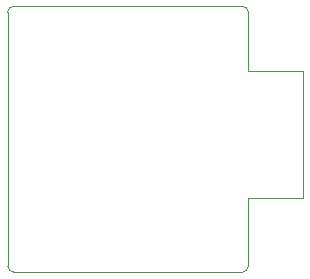
<source format=gbr>
%TF.GenerationSoftware,KiCad,Pcbnew,7.0.10*%
%TF.CreationDate,2024-02-18T21:52:23+13:00*%
%TF.ProjectId,dvi-sock,6476692d-736f-4636-9b2e-6b696361645f,rev?*%
%TF.SameCoordinates,Original*%
%TF.FileFunction,Profile,NP*%
%FSLAX46Y46*%
G04 Gerber Fmt 4.6, Leading zero omitted, Abs format (unit mm)*
G04 Created by KiCad (PCBNEW 7.0.10) date 2024-02-18 21:52:23*
%MOMM*%
%LPD*%
G01*
G04 APERTURE LIST*
%TA.AperFunction,Profile*%
%ADD10C,0.050000*%
%TD*%
G04 APERTURE END LIST*
D10*
X162125997Y-74249412D02*
G75*
G03*
X161601000Y-73750002I-499872J170D01*
G01*
X162126000Y-89999200D02*
X162126000Y-95750000D01*
X162126000Y-89999200D02*
X166736500Y-89999200D01*
X162126000Y-79229200D02*
X166736500Y-79229200D01*
X166736500Y-79229200D02*
X166736500Y-89999200D01*
X141750000Y-95750000D02*
G75*
G03*
X142250000Y-96250000I500000J0D01*
G01*
X161629358Y-96246988D02*
X142250000Y-96250000D01*
X142250000Y-73750000D02*
X161601000Y-73750001D01*
X161629358Y-96246988D02*
G75*
G03*
X162126000Y-95750000I0J496642D01*
G01*
X141750000Y-95750000D02*
X141750000Y-74250000D01*
X162126000Y-74248588D02*
X162126000Y-79229200D01*
X142250000Y-73750000D02*
G75*
G03*
X141750000Y-74250000I0J-500000D01*
G01*
M02*

</source>
